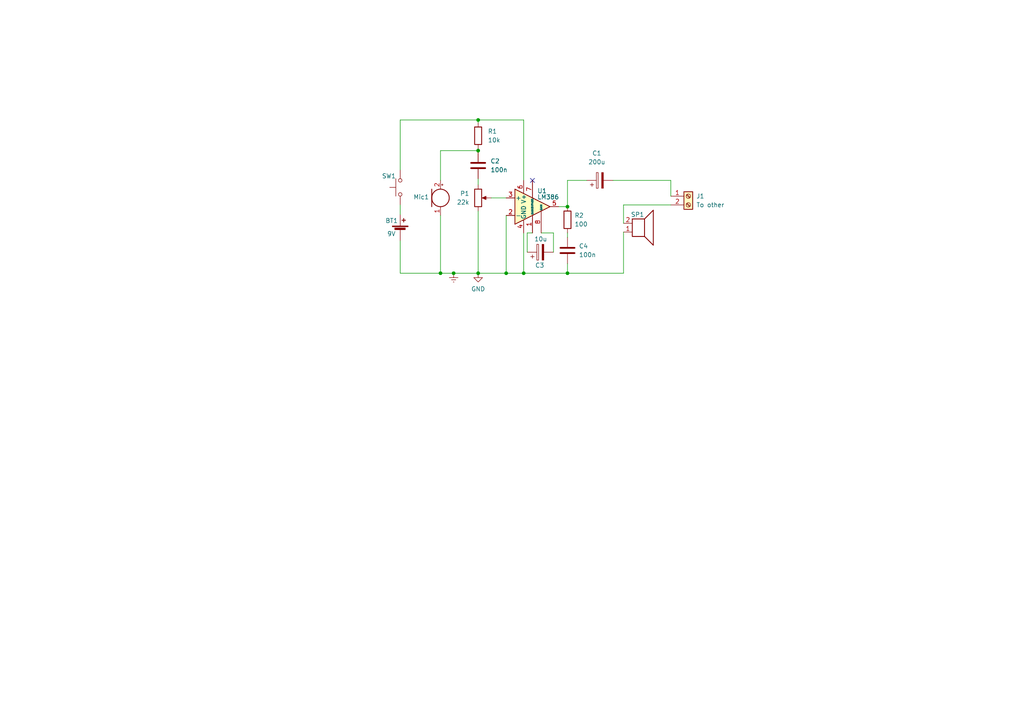
<source format=kicad_sch>
(kicad_sch (version 20211123) (generator eeschema)
  (paper "A4")
  (title_block (title "Gegensprechanlage") (date "2022-12-08") (rev "1.0") (company "Besmer Labs"))
  (lib_symbols
    (symbol "Amplifier_Audio:LM386" (pin_names (offset 0.127))
      (property "Reference" "U" (at 1.27 7.62 0))
      (property "Value" "LM386" (at 1.27 5.08 0))
      (symbol "LM386_0_1"
        (polyline (pts (xy 5.08 0) (xy -5.08 5.08) (xy -5.08 -5.08) (xy 5.08 0)) (stroke (width 0.254)) (fill (type background)))
      )
      (symbol "LM386_1_1"
        (pin input line (at 0 -7.62 90) (length 5.08) (name "GAIN") (number "1"))
        (pin input line (at -7.62 -2.54 0) (length 2.54) (name "-") (number "2"))
        (pin input line (at -7.62 2.54 0) (length 2.54) (name "+") (number "3"))
        (pin power_in line (at -2.54 -7.62 90) (length 3.81) (name "GND") (number "4"))
        (pin output line (at 7.62 0 180) (length 2.54) (name "~") (number "5"))
        (pin power_in line (at -2.54 7.62 270) (length 3.81) (name "V+") (number "6"))
        (pin input line (at 0 7.62 270) (length 5.08) (name "BYPASS") (number "7"))
        (pin input line (at 2.54 -7.62 90) (length 6.35) (name "GAIN") (number "8"))
      )
    )
    (symbol "Connector:Screw_Terminal_01x02" (pin_names (offset 1.016) hide)
      (property "Reference" "J" (at 0 2.54 0))
      (property "Value" "Screw_Terminal_01x02" (at 0 -5.08 0))
      (symbol "Screw_Terminal_01x02_1_1"
        (rectangle (start -1.27 1.27) (end 1.27 -3.81) (stroke (width 0.254)) (fill (type background)))
        (circle (center 0 -2.54) (radius 0.635) (stroke (width 0.1524)))
        (polyline (pts (xy -0.5334 -2.2098) (xy 0.3302 -3.048)) (stroke (width 0.1524)))
        (polyline (pts (xy -0.5334 0.3302) (xy 0.3302 -0.508)) (stroke (width 0.1524)))
        (polyline (pts (xy -0.3556 -2.032) (xy 0.508 -2.8702)) (stroke (width 0.1524)))
        (polyline (pts (xy -0.3556 0.508) (xy 0.508 -0.3302)) (stroke (width 0.1524)))
        (circle (center 0 0) (radius 0.635) (stroke (width 0.1524)))
        (pin passive line (at -5.08 0 0) (length 3.81) (name "Pin_1") (number "1"))
        (pin passive line (at -5.08 -2.54 0) (length 3.81) (name "Pin_2") (number "2"))
      )
    )
    (symbol "Device:Battery_Cell" (pin_numbers hide) (pin_names (offset 0) hide)
      (property "Reference" "BT" (at 2.54 2.54 0))
      (property "Value" "Battery_Cell" (at 2.54 0 0))
      (symbol "Battery_Cell_0_1"
        (rectangle (start -2.286 1.778) (end 2.286 1.524) (fill (type outline)))
        (rectangle (start -1.5748 1.1938) (end 1.4732 0.6858) (fill (type outline)))
        (polyline (pts (xy 0 0.762) (xy 0 0)))
        (polyline (pts (xy 0 1.778) (xy 0 2.54)))
        (polyline (pts (xy 0.508 3.429) (xy 1.524 3.429)) (stroke (width 0.254)))
        (polyline (pts (xy 1.016 3.937) (xy 1.016 2.921)) (stroke (width 0.254)))
      )
      (symbol "Battery_Cell_1_1"
        (pin passive line (at 0 5.08 270) (length 2.54) (name "+") (number "1"))
        (pin passive line (at 0 -2.54 90) (length 2.54) (name "-") (number "2"))
      )
    )
    (symbol "Device:C" (pin_numbers hide) (pin_names (offset 0.254))
      (property "Reference" "C" (at 0.635 2.54 0))
      (property "Value" "C" (at 0.635 -2.54 0))
      (symbol "C_0_1"
        (polyline (pts (xy -2.032 -0.762) (xy 2.032 -0.762)) (stroke (width 0.508)))
        (polyline (pts (xy -2.032 0.762) (xy 2.032 0.762)) (stroke (width 0.508)))
      )
      (symbol "C_1_1"
        (pin passive line (at 0 3.81 270) (length 2.794) (name "~") (number "1"))
        (pin passive line (at 0 -3.81 90) (length 2.794) (name "~") (number "2"))
      )
    )
    (symbol "Device:C_Polarized" (pin_numbers hide) (pin_names (offset 0.254))
      (property "Reference" "C" (at 0.635 2.54 0))
      (property "Value" "C_Polarized" (at 0.635 -2.54 0))
      (symbol "C_Polarized_0_1"
        (rectangle (start -2.286 0.508) (end 2.286 1.016))
        (polyline (pts (xy -1.778 2.286) (xy -0.762 2.286)))
        (polyline (pts (xy -1.27 2.794) (xy -1.27 1.778)))
        (rectangle (start 2.286 -0.508) (end -2.286 -1.016) (fill (type outline)))
      )
      (symbol "C_Polarized_1_1"
        (pin passive line (at 0 3.81 270) (length 2.794) (name "~") (number "1"))
        (pin passive line (at 0 -3.81 90) (length 2.794) (name "~") (number "2"))
      )
    )
    (symbol "Device:Microphone" (pin_names (offset 0.0254) hide)
      (property "Reference" "MK" (at -3.81 1.27 0))
      (property "Value" "Microphone" (at -3.81 -0.635 0))
      (symbol "Microphone_0_1"
        (polyline (pts (xy -2.54 2.54) (xy -2.54 -2.54)) (stroke (width 0.254)))
        (polyline (pts (xy 0.254 3.81) (xy 0.762 3.81)))
        (polyline (pts (xy 0.508 4.064) (xy 0.508 3.556)))
        (circle (center 0 0) (radius 2.54) (stroke (width 0.254)))
      )
      (symbol "Microphone_1_1"
        (pin passive line (at 0 -5.08 90) (length 2.54) (name "-") (number "1"))
        (pin passive line (at 0 5.08 270) (length 2.54) (name "+") (number "2"))
      )
    )
    (symbol "Device:R" (pin_numbers hide) (pin_names (offset 0))
      (property "Reference" "R" (at 2.032 0 90))
      (property "Value" "R" (at 0 0 90))
      (symbol "R_0_1"
        (rectangle (start -1.016 -2.54) (end 1.016 2.54) (stroke (width 0.254)))
      )
      (symbol "R_1_1"
        (pin passive line (at 0 3.81 270) (length 1.27) (name "~") (number "1"))
        (pin passive line (at 0 -3.81 90) (length 1.27) (name "~") (number "2"))
      )
    )
    (symbol "Device:R_Potentiometer" (pin_numbers hide) (pin_names (offset 1.016) hide)
      (property "Reference" "RV" (at -4.445 0 90))
      (property "Value" "R_Potentiometer" (at -2.54 0 90))
      (symbol "R_Potentiometer_0_1"
        (polyline (pts (xy 2.54 0) (xy 1.524 0)))
        (polyline (pts (xy 1.143 0) (xy 2.286 0.508) (xy 2.286 -0.508) (xy 1.143 0)) (fill (type outline)))
        (rectangle (start 1.016 2.54) (end -1.016 -2.54) (stroke (width 0.254)))
      )
      (symbol "R_Potentiometer_1_1"
        (pin passive line (at 0 3.81 270) (length 1.27) (name "1") (number "1"))
        (pin passive line (at 3.81 0 180) (length 1.27) (name "2") (number "2"))
        (pin passive line (at 0 -3.81 90) (length 1.27) (name "3") (number "3"))
      )
    )
    (symbol "Device:Speaker" (pin_names (offset 0) hide)
      (property "Reference" "LS" (at 1.27 5.715 0))
      (property "Value" "Speaker" (at 1.27 3.81 0))
      (symbol "Speaker_0_0"
        (rectangle (start -2.54 1.27) (end 1.016 -3.81) (stroke (width 0.254)))
        (polyline (pts (xy 1.016 1.27) (xy 3.556 3.81) (xy 3.556 -6.35) (xy 1.016 -3.81)) (stroke (width 0.254)))
      )
      (symbol "Speaker_1_1"
        (pin input line (at -5.08 0 0) (length 2.54) (name "1") (number "1"))
        (pin input line (at -5.08 -2.54 0) (length 2.54) (name "2") (number "2"))
      )
    )
    (symbol "Switch:SW_Push" (pin_numbers hide) (pin_names (offset 1.016) hide)
      (property "Reference" "SW" (at 1.27 2.54 0))
      (property "Value" "SW_Push" (at 0 -1.524 0))
      (symbol "SW_Push_0_1"
        (circle (center -2.032 0) (radius 0.508))
        (polyline (pts (xy 0 1.27) (xy 0 3.048)))
        (polyline (pts (xy 2.54 1.27) (xy -2.54 1.27)))
        (circle (center 2.032 0) (radius 0.508))
        (pin passive line (at -5.08 0 0) (length 2.54) (name "1") (number "1"))
        (pin passive line (at 5.08 0 180) (length 2.54) (name "2") (number "2"))
      )
    )
    (symbol "power:Earth" (power) (pin_names (offset 0))
      (symbol "Earth_0_1"
        (polyline (pts (xy -0.635 -1.905) (xy 0.635 -1.905)))
        (polyline (pts (xy -0.127 -2.54) (xy 0.127 -2.54)))
        (polyline (pts (xy 0 -1.27) (xy 0 0)))
        (polyline (pts (xy 1.27 -1.27) (xy -1.27 -1.27)))
      )
      (symbol "Earth_1_1"
        (pin power_in line (at 0 0 270) (length 0) hide (name "Earth") (number "1"))
      )
    )
    (symbol "power:GND" (power) (pin_names (offset 0))
      (property "Value" "GND" (at 0 -3.81 0))
      (symbol "GND_0_1"
        (polyline (pts (xy 0 0) (xy 0 -1.27) (xy 1.27 -1.27) (xy 0 -2.54) (xy -1.27 -1.27) (xy 0 -1.27)))
      )
      (symbol "GND_1_1"
        (pin power_in line (at 0 0 270) (length 0) hide (name "GND") (number "1"))
      )
    )
  )
  (junction (at 164.592 59.944))
  (junction (at 151.892 79.248))
  (junction (at 146.812 79.248))
  (junction (at 127.762 79.248))
  (junction (at 164.592 79.248))
  (junction (at 138.684 43.688))
  (junction (at 138.684 79.248))
  (junction (at 131.572 79.248))
  (junction (at 138.684 34.798))
  (no_connect (at 154.432 52.324))
  (wire (pts (xy 127.762 62.484) (xy 127.762 79.248)))
  (wire (pts (xy 152.908 67.564) (xy 154.432 67.564)))
  (wire (pts (xy 138.684 43.688) (xy 127.762 43.688)))
  (wire (pts (xy 162.052 59.944) (xy 164.592 59.944)))
  (wire (pts (xy 152.908 73.152) (xy 152.908 67.564)))
  (wire (pts (xy 127.762 79.248) (xy 131.572 79.248)))
  (wire (pts (xy 160.528 73.152) (xy 160.528 67.564)))
  (wire (pts (xy 138.684 51.816) (xy 138.684 53.594)))
  (wire (pts (xy 131.572 79.248) (xy 138.684 79.248)))
  (wire (pts (xy 127.762 43.688) (xy 127.762 52.324)))
  (wire (pts (xy 164.592 59.944) (xy 164.592 52.324)))
  (wire (pts (xy 151.892 79.248) (xy 146.812 79.248)))
  (wire (pts (xy 142.494 57.404) (xy 146.812 57.404)))
  (wire (pts (xy 151.892 67.564) (xy 151.892 79.248)))
  (wire (pts (xy 180.848 79.248) (xy 164.592 79.248)))
  (wire (pts (xy 138.684 34.798) (xy 151.892 34.798)))
  (wire (pts (xy 146.812 79.248) (xy 138.684 79.248)))
  (wire (pts (xy 177.8 52.324) (xy 194.564 52.324)))
  (wire (pts (xy 164.592 52.324) (xy 170.18 52.324)))
  (wire (pts (xy 160.528 67.564) (xy 156.972 67.564)))
  (wire (pts (xy 138.684 79.248) (xy 138.684 61.214)))
  (wire (pts (xy 146.812 62.484) (xy 146.812 79.248)))
  (wire (pts (xy 180.848 59.436) (xy 194.564 59.436)))
  (wire (pts (xy 116.078 34.798) (xy 116.078 49.276)))
  (wire (pts (xy 116.078 34.798) (xy 138.684 34.798)))
  (wire (pts (xy 164.592 67.564) (xy 164.592 68.834)))
  (wire (pts (xy 194.564 52.324) (xy 194.564 56.896)))
  (wire (pts (xy 138.684 43.688) (xy 138.684 44.196)))
  (wire (pts (xy 116.078 69.85) (xy 116.078 79.248)))
  (wire (pts (xy 151.892 52.324) (xy 151.892 34.798)))
  (wire (pts (xy 180.848 64.77) (xy 180.848 59.436)))
  (wire (pts (xy 164.592 79.248) (xy 151.892 79.248)))
  (wire (pts (xy 164.592 76.454) (xy 164.592 79.248)))
  (wire (pts (xy 138.684 34.798) (xy 138.684 35.56)))
  (wire (pts (xy 138.684 43.18) (xy 138.684 43.688)))
  (wire (pts (xy 116.078 59.436) (xy 116.078 62.23)))
  (wire (pts (xy 180.848 67.31) (xy 180.848 79.248)))
  (wire (pts (xy 116.078 79.248) (xy 127.762 79.248)))
  (symbol (lib_id "Device:C_Polarized") (at 156.718 73.152 90) (unit 1)
    (property "Reference" "C3" (at 155.194 76.962 90) (effects (justify right)))
    (property "Value" "10u" (at 154.94 69.342 90) (effects (justify right)))
    (property "Footprint" "Capacitor_THT:CP_Axial_L10.0mm_D4.5mm_P15.00mm_Horizontal" (effects hide))
  )
  (symbol (lib_id "Device:C") (at 138.684 48.006 180) (unit 1)
    (property "Reference" "C2" (at 142.24 46.7359 0) (effects (justify right)))
    (property "Value" "100n" (at 142.24 49.2759 0) (effects (justify right)))
    (property "Footprint" "Capacitor_THT:C_Disc_D12.5mm_W5.0mm_P10.00mm" (effects hide))
  )
  (symbol (lib_id "Device:R") (at 138.684 39.37 0) (unit 1)
    (property "Reference" "R1" (at 141.478 38.0999 0) (effects (justify left)))
    (property "Value" "10k" (at 141.478 40.6399 0) (effects (justify left)))
    (property "Footprint" "Resistor_THT:R_Axial_DIN0207_L6.3mm_D2.5mm_P7.62mm_Horizontal" (effects hide))
  )
  (symbol (lib_id "Device:C_Polarized") (at 173.99 52.324 90) (unit 1)
    (property "Reference" "C1" (at 173.101 44.45 90))
    (property "Value" "200u" (at 173.101 46.99 90))
    (property "Footprint" "Capacitor_THT:CP_Radial_D10.0mm_P7.50mm" (effects hide))
  )
  (symbol (lib_id "Device:R") (at 164.592 63.754 180) (unit 1)
    (property "Reference" "R2" (at 166.624 62.4839 0) (effects (justify right)))
    (property "Value" "100" (at 166.624 65.0239 0) (effects (justify right)))
    (property "Footprint" "Resistor_THT:R_Axial_DIN0207_L6.3mm_D2.5mm_P7.62mm_Horizontal" (effects hide))
  )
  (symbol (lib_id "Connector:Screw_Terminal_01x02") (at 199.644 56.896 0) (unit 1)
    (property "Reference" "J1" (at 201.93 56.8959 0) (effects (justify left)))
    (property "Value" "To other" (at 201.93 59.4359 0) (effects (justify left)))
    (property "Footprint" "TerminalBlock_Phoenix:TerminalBlock_Phoenix_MPT-0,5-2-2.54_1x02_P2.54mm_Horizontal" (effects hide))
  )
  (symbol (lib_id "Device:Speaker") (at 185.928 67.31 0) (mirror x) (unit 1)
    (property "Reference" "SP1" (at 184.912 62.23 0))
    (property "Value" "Speaker" (effects hide))
    (property "Footprint" "TerminalBlock_Phoenix:TerminalBlock_Phoenix_MPT-0,5-2-2.54_1x02_P2.54mm_Horizontal" (effects hide))
  )
  (symbol (lib_id "Amplifier_Audio:LM386") (at 154.432 59.944 0) (unit 1)
    (property "Reference" "U1" (at 157.226 55.372 0))
    (property "Value" "LM386" (at 159.004 57.15 0))
    (property "Footprint" "Package_DIP:DIP-8_W7.62mm" (effects hide))
    (property "Datasheet" "http://www.ti.com/lit/ds/symlink/lm386.pdf" (effects hide))
  )
  (symbol (lib_id "Device:C") (at 164.592 72.644 0) (unit 1)
    (property "Reference" "C4" (at 167.894 71.3739 0) (effects (justify left)))
    (property "Value" "100n" (at 167.894 73.9139 0) (effects (justify left)))
    (property "Footprint" "Capacitor_THT:C_Disc_D12.5mm_W5.0mm_P10.00mm" (effects hide))
  )
  (symbol (lib_id "Device:R_Potentiometer") (at 138.684 57.404 0) (unit 1)
    (property "Reference" "P1" (at 136.144 56.1339 0) (effects (justify right)))
    (property "Value" "22k" (at 136.144 58.6739 0) (effects (justify right)))
    (property "Footprint" "Potentiometer_THT:Potentiometer_Alps_RK163_Single_Horizontal" (effects hide))
  )
  (symbol (lib_id "Switch:SW_Push") (at 116.078 54.356 90) (unit 1)
    (property "Reference" "SW1" (at 110.744 51.054 90) (effects (justify right)))
    (property "Value" "SW_Push" (effects hide))
    (property "Footprint" "Button_Switch_THT:SW_PUSH_6mm_H4.3mm" (effects hide))
  )
  (symbol (lib_id "Device:Microphone") (at 127.762 57.404 0) (unit 1)
    (property "Reference" "Mic1" (at 119.888 57.15 0) (effects (justify left)))
    (property "Value" "Microphone" (effects hide))
    (property "Footprint" "TerminalBlock_Phoenix:TerminalBlock_Phoenix_MPT-0,5-2-2.54_1x02_P2.54mm_Horizontal" (effects hide))
  )
  (symbol (lib_id "Device:Battery_Cell") (at 116.078 67.31 0) (unit 1)
    (property "Reference" "BT1" (at 111.76 64.008 0) (effects (justify left)))
    (property "Value" "9V" (at 112.268 67.818 0) (effects (justify left)))
    (property "Footprint" "TerminalBlock_Phoenix:TerminalBlock_Phoenix_MPT-0,5-2-2.54_1x02_P2.54mm_Horizontal" (effects hide))
  )
  (symbol (lib_id "power:GND") (at 138.684 79.248 0) (unit 1)
    (property "Reference" "#PWR0102" (effects hide))
    (property "Value" "GND" (at 138.684 83.82 0))
  )
  (symbol (lib_id "power:Earth") (at 131.572 79.248 0) (unit 1)
    (property "Reference" "#PWR0101" (effects hide))
    (property "Value" "Earth" (effects hide))
  )
)
</source>
